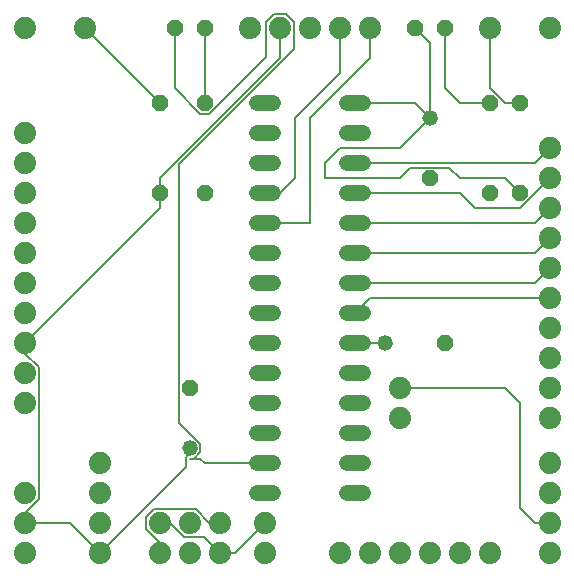
<source format=gbr>
G04 EAGLE Gerber RS-274X export*
G75*
%MOMM*%
%FSLAX34Y34*%
%LPD*%
%INTop Copper*%
%IPPOS*%
%AMOC8*
5,1,8,0,0,1.08239X$1,22.5*%
G01*
%ADD10C,1.320800*%
%ADD11P,1.429621X8X112.500000*%
%ADD12P,1.429621X8X22.500000*%
%ADD13P,1.429621X8X292.500000*%
%ADD14C,1.879600*%
%ADD15C,1.320800*%
%ADD16C,0.152400*%


D10*
X165100Y114300D03*
D11*
X165100Y165100D03*
D10*
X330200Y203200D03*
D12*
X381000Y203200D03*
D10*
X368300Y393700D03*
D13*
X368300Y342900D03*
D14*
X25400Y76200D03*
X228600Y25400D03*
X228600Y50800D03*
X25400Y50800D03*
X25400Y25400D03*
X342900Y165100D03*
X342900Y139700D03*
X469900Y266700D03*
X469900Y292100D03*
X469900Y317500D03*
X469900Y342900D03*
X469900Y368300D03*
X469900Y139700D03*
X469900Y165100D03*
X469900Y190500D03*
X469900Y215900D03*
X469900Y241300D03*
X25400Y152400D03*
X25400Y177800D03*
X25400Y203200D03*
X25400Y228600D03*
X25400Y254000D03*
X25400Y279400D03*
X25400Y304800D03*
X25400Y330200D03*
X25400Y355600D03*
X25400Y381000D03*
D12*
X355600Y469900D03*
X381000Y469900D03*
X152400Y469900D03*
X177800Y469900D03*
D11*
X444500Y330200D03*
X444500Y406400D03*
X139700Y330200D03*
X139700Y406400D03*
X419100Y330200D03*
X419100Y406400D03*
X177800Y330200D03*
X177800Y406400D03*
D14*
X88900Y25400D03*
X88900Y50800D03*
X88900Y76200D03*
X88900Y101600D03*
X419100Y469900D03*
X469900Y469900D03*
X139700Y50800D03*
X165100Y50800D03*
X190500Y50800D03*
X139700Y25400D03*
X165100Y25400D03*
X190500Y25400D03*
X215900Y469900D03*
X241300Y469900D03*
X266700Y469900D03*
X292100Y469900D03*
X317500Y469900D03*
X469900Y25400D03*
X469900Y50800D03*
X469900Y76200D03*
X469900Y101600D03*
X292100Y25400D03*
X317500Y25400D03*
X342900Y25400D03*
X368300Y25400D03*
X393700Y25400D03*
X419100Y25400D03*
X76200Y469900D03*
X25400Y469900D03*
D15*
X221996Y406400D02*
X235204Y406400D01*
X235204Y381000D02*
X221996Y381000D01*
X221996Y254000D02*
X235204Y254000D01*
X235204Y228600D02*
X221996Y228600D01*
X221996Y355600D02*
X235204Y355600D01*
X235204Y330200D02*
X221996Y330200D01*
X221996Y279400D02*
X235204Y279400D01*
X235204Y304800D02*
X221996Y304800D01*
X221996Y203200D02*
X235204Y203200D01*
X235204Y177800D02*
X221996Y177800D01*
X221996Y152400D02*
X235204Y152400D01*
X235204Y127000D02*
X221996Y127000D01*
X221996Y101600D02*
X235204Y101600D01*
X235204Y76200D02*
X221996Y76200D01*
X298196Y76200D02*
X311404Y76200D01*
X311404Y101600D02*
X298196Y101600D01*
X298196Y127000D02*
X311404Y127000D01*
X311404Y152400D02*
X298196Y152400D01*
X298196Y177800D02*
X311404Y177800D01*
X311404Y203200D02*
X298196Y203200D01*
X298196Y228600D02*
X311404Y228600D01*
X311404Y254000D02*
X298196Y254000D01*
X298196Y279400D02*
X311404Y279400D01*
X311404Y304800D02*
X298196Y304800D01*
X298196Y330200D02*
X311404Y330200D01*
X311404Y355600D02*
X298196Y355600D01*
X298196Y381000D02*
X311404Y381000D01*
X311404Y406400D02*
X298196Y406400D01*
D16*
X148576Y50800D02*
X139700Y50800D01*
X176784Y39116D02*
X190500Y25400D01*
X160260Y39116D02*
X148576Y50800D01*
X160260Y39116D02*
X176784Y39116D01*
X203200Y25400D02*
X228600Y50800D01*
X203200Y25400D02*
X190500Y25400D01*
X134860Y62484D02*
X128016Y55640D01*
X128016Y45960D01*
X181624Y50800D02*
X190500Y50800D01*
X181624Y50800D02*
X169940Y62484D01*
X139700Y34276D02*
X128016Y45960D01*
X139700Y34276D02*
X139700Y25400D01*
X134860Y62484D02*
X169940Y62484D01*
X304800Y406400D02*
X355600Y406400D01*
X368300Y393700D01*
X368300Y457200D02*
X355600Y469900D01*
X368300Y457200D02*
X368300Y393700D01*
X342900Y368300D01*
X292100Y368300D01*
X279400Y355600D01*
X279400Y342900D01*
X351918Y351790D02*
X384682Y351790D01*
X351918Y351790D02*
X343028Y342900D01*
X384682Y351790D02*
X393572Y342900D01*
X431800Y342900D02*
X444500Y330200D01*
X343028Y342900D02*
X279400Y342900D01*
X393572Y342900D02*
X431800Y342900D01*
X63500Y50800D02*
X25400Y50800D01*
X63500Y50800D02*
X88900Y25400D01*
X165100Y109721D02*
X165100Y114300D01*
X165100Y109721D02*
X162052Y106673D01*
X162052Y98552D02*
X88900Y25400D01*
X162052Y98552D02*
X162052Y106673D01*
X25400Y194324D02*
X25400Y203200D01*
X25400Y59676D02*
X25400Y50800D01*
X37084Y182640D02*
X25400Y194324D01*
X37084Y71360D02*
X25400Y59676D01*
X37084Y71360D02*
X37084Y182640D01*
X139700Y317500D02*
X139700Y330200D01*
X139700Y317500D02*
X25400Y203200D01*
X241300Y444500D02*
X241300Y469900D01*
X139700Y342900D02*
X139700Y330200D01*
X139700Y342900D02*
X241300Y444500D01*
X381000Y469900D02*
X381000Y419100D01*
X393700Y406400D01*
X419100Y406400D01*
X177800Y406400D02*
X177800Y469900D01*
X304800Y203200D02*
X330200Y203200D01*
X419100Y419100D02*
X419100Y469900D01*
X419100Y419100D02*
X431800Y406400D01*
X444500Y406400D01*
X292100Y431800D02*
X292100Y469900D01*
X292100Y431800D02*
X254000Y393700D01*
X254000Y342900D01*
X241300Y330200D01*
X228600Y330200D01*
X317500Y444500D02*
X317500Y469900D01*
X317500Y444500D02*
X266700Y393700D01*
X266700Y304800D01*
X228600Y304800D01*
X228600Y101600D02*
X177800Y101600D01*
X173990Y105410D01*
X168782Y105410D01*
X229616Y474740D02*
X236460Y481584D01*
X246140Y481584D01*
X252984Y474740D01*
X173990Y117982D02*
X173990Y110618D01*
X168782Y105410D01*
X165100Y105410D01*
X152400Y419228D02*
X152400Y469900D01*
X152400Y419228D02*
X174118Y397510D01*
X181482Y397510D01*
X229616Y445644D01*
X229616Y474740D01*
X252984Y474740D02*
X252984Y451873D01*
X156210Y355099D01*
X156210Y135762D01*
X173990Y117982D01*
X139700Y406400D02*
X76200Y469900D01*
X342900Y165100D02*
X431800Y165100D01*
X444500Y152400D01*
X444500Y63500D01*
X457200Y50800D01*
X469900Y50800D01*
X457200Y355600D02*
X304800Y355600D01*
X457200Y355600D02*
X469900Y368300D01*
X393700Y330200D02*
X304800Y330200D01*
X393700Y330200D02*
X406400Y317500D01*
X444500Y317500D01*
X469900Y342900D01*
X457200Y304800D02*
X304800Y304800D01*
X457200Y304800D02*
X469900Y317500D01*
X457200Y279400D02*
X304800Y279400D01*
X457200Y279400D02*
X469900Y292100D01*
X457200Y254000D02*
X304800Y254000D01*
X457200Y254000D02*
X469900Y266700D01*
X317500Y241300D02*
X304800Y228600D01*
X317500Y241300D02*
X469900Y241300D01*
M02*

</source>
